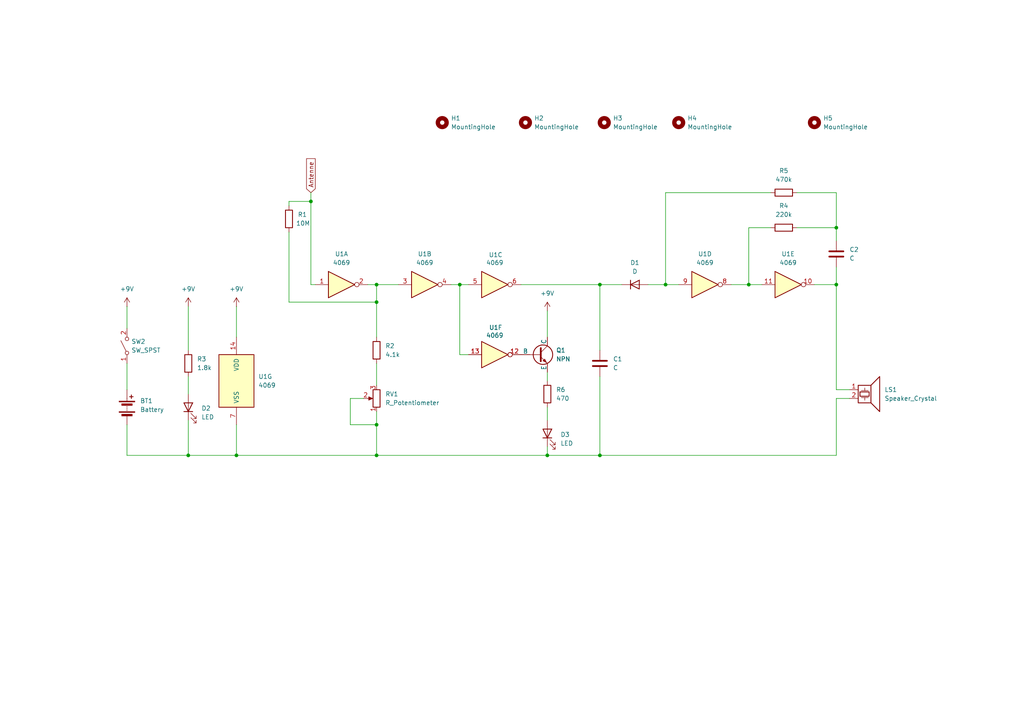
<source format=kicad_sch>
(kicad_sch (version 20231120) (generator "eeschema") (generator_version "8.0")
  (paper "A4")
  (lib_symbols
    (symbol "4xxx:4069" (pin_names (offset 1.016))
      (property "Reference" "U" (at 0 1.27 0))
      (property "Value" "4069" (at 0 -1.27 0))
      (symbol "4069_1_0"
        (polyline (pts (xy -3.81 3.81) (xy -3.81 -3.81) (xy 3.81 0) (xy -3.81 3.81)) (stroke (width 0.254)) (fill (type background)))
        (pin input line (at -7.62 0 0) (length 3.81) (name "~") (number "1"))
        (pin output inverted (at 7.62 0 180) (length 3.81) (name "~") (number "2"))
      )
      (symbol "4069_2_0"
        (polyline (pts (xy -3.81 3.81) (xy -3.81 -3.81) (xy 3.81 0) (xy -3.81 3.81)) (stroke (width 0.254)) (fill (type background)))
        (pin input line (at -7.62 0 0) (length 3.81) (name "~") (number "3"))
        (pin output inverted (at 7.62 0 180) (length 3.81) (name "~") (number "4"))
      )
      (symbol "4069_3_0"
        (polyline (pts (xy -3.81 3.81) (xy -3.81 -3.81) (xy 3.81 0) (xy -3.81 3.81)) (stroke (width 0.254)) (fill (type background)))
        (pin input line (at -7.62 0 0) (length 3.81) (name "~") (number "5"))
        (pin output inverted (at 7.62 0 180) (length 3.81) (name "~") (number "6"))
      )
      (symbol "4069_4_0"
        (polyline (pts (xy -3.81 3.81) (xy -3.81 -3.81) (xy 3.81 0) (xy -3.81 3.81)) (stroke (width 0.254)) (fill (type background)))
        (pin output inverted (at 7.62 0 180) (length 3.81) (name "~") (number "8"))
        (pin input line (at -7.62 0 0) (length 3.81) (name "~") (number "9"))
      )
      (symbol "4069_5_0"
        (polyline (pts (xy -3.81 3.81) (xy -3.81 -3.81) (xy 3.81 0) (xy -3.81 3.81)) (stroke (width 0.254)) (fill (type background)))
        (pin output inverted (at 7.62 0 180) (length 3.81) (name "~") (number "10"))
        (pin input line (at -7.62 0 0) (length 3.81) (name "~") (number "11"))
      )
      (symbol "4069_6_0"
        (polyline (pts (xy -3.81 3.81) (xy -3.81 -3.81) (xy 3.81 0) (xy -3.81 3.81)) (stroke (width 0.254)) (fill (type background)))
        (pin output inverted (at 7.62 0 180) (length 3.81) (name "~") (number "12"))
        (pin input line (at -7.62 0 0) (length 3.81) (name "~") (number "13"))
      )
      (symbol "4069_7_0"
        (pin power_in line (at 0 12.7 270) (length 5.08) (name "VDD") (number "14"))
        (pin power_in line (at 0 -12.7 90) (length 5.08) (name "VSS") (number "7"))
      )
      (symbol "4069_7_1"
        (rectangle (start -5.08 7.62) (end 5.08 -7.62) (stroke (width 0.254)) (fill (type background)))
      )
    )
    (symbol "Device:Battery" (pin_numbers hide) (pin_names (offset 0) hide)
      (property "Reference" "BT" (at 2.54 2.54 0))
      (property "Value" "Battery" (at 2.54 0 0))
      (symbol "Battery_0_1"
        (rectangle (start -2.286 -1.27) (end 2.286 -1.524) (fill (type outline)))
        (rectangle (start -2.286 1.778) (end 2.286 1.524) (fill (type outline)))
        (rectangle (start -1.524 -2.032) (end 1.524 -2.54) (fill (type outline)))
        (rectangle (start -1.524 1.016) (end 1.524 0.508) (fill (type outline)))
        (polyline (pts (xy 0 -1.016) (xy 0 -0.762)))
        (polyline (pts (xy 0 -0.508) (xy 0 -0.254)))
        (polyline (pts (xy 0 0) (xy 0 0.254)))
        (polyline (pts (xy 0 1.778) (xy 0 2.54)))
        (polyline (pts (xy 0.762 3.048) (xy 1.778 3.048)) (stroke (width 0.254)))
        (polyline (pts (xy 1.27 3.556) (xy 1.27 2.54)) (stroke (width 0.254)))
      )
      (symbol "Battery_1_1"
        (pin passive line (at 0 5.08 270) (length 2.54) (name "+") (number "1"))
        (pin passive line (at 0 -5.08 90) (length 2.54) (name "-") (number "2"))
      )
    )
    (symbol "Device:C" (pin_numbers hide) (pin_names (offset 0.254))
      (property "Reference" "C" (at 0.635 2.54 0))
      (property "Value" "C" (at 0.635 -2.54 0))
      (symbol "C_0_1"
        (polyline (pts (xy -2.032 -0.762) (xy 2.032 -0.762)) (stroke (width 0.508)))
        (polyline (pts (xy -2.032 0.762) (xy 2.032 0.762)) (stroke (width 0.508)))
      )
      (symbol "C_1_1"
        (pin passive line (at 0 3.81 270) (length 2.794) (name "~") (number "1"))
        (pin passive line (at 0 -3.81 90) (length 2.794) (name "~") (number "2"))
      )
    )
    (symbol "Device:D" (pin_numbers hide) (pin_names (offset 1.016) hide)
      (property "Reference" "D" (at 0 2.54 0))
      (property "Value" "D" (at 0 -2.54 0))
      (symbol "D_0_1"
        (polyline (pts (xy -1.27 1.27) (xy -1.27 -1.27)) (stroke (width 0.254)))
        (polyline (pts (xy 1.27 0) (xy -1.27 0)))
        (polyline (pts (xy 1.27 1.27) (xy 1.27 -1.27) (xy -1.27 0) (xy 1.27 1.27)) (stroke (width 0.254)))
      )
      (symbol "D_1_1"
        (pin passive line (at -3.81 0 0) (length 2.54) (name "K") (number "1"))
        (pin passive line (at 3.81 0 180) (length 2.54) (name "A") (number "2"))
      )
    )
    (symbol "Device:LED" (pin_numbers hide) (pin_names (offset 1.016) hide)
      (property "Reference" "D" (at 0 2.54 0))
      (property "Value" "LED" (at 0 -2.54 0))
      (symbol "LED_0_1"
        (polyline (pts (xy -1.27 -1.27) (xy -1.27 1.27)) (stroke (width 0.254)))
        (polyline (pts (xy -1.27 0) (xy 1.27 0)))
        (polyline (pts (xy 1.27 -1.27) (xy 1.27 1.27) (xy -1.27 0) (xy 1.27 -1.27)) (stroke (width 0.254)))
        (polyline (pts (xy -3.048 -0.762) (xy -4.572 -2.286) (xy -3.81 -2.286) (xy -4.572 -2.286) (xy -4.572 -1.524)))
        (polyline (pts (xy -1.778 -0.762) (xy -3.302 -2.286) (xy -2.54 -2.286) (xy -3.302 -2.286) (xy -3.302 -1.524)))
      )
      (symbol "LED_1_1"
        (pin passive line (at -3.81 0 0) (length 2.54) (name "K") (number "1"))
        (pin passive line (at 3.81 0 180) (length 2.54) (name "A") (number "2"))
      )
    )
    (symbol "Device:R" (pin_numbers hide) (pin_names (offset 0))
      (property "Reference" "R" (at 2.032 0 90))
      (property "Value" "R" (at 0 0 90))
      (symbol "R_0_1"
        (rectangle (start -1.016 -2.54) (end 1.016 2.54) (stroke (width 0.254)))
      )
      (symbol "R_1_1"
        (pin passive line (at 0 3.81 270) (length 1.27) (name "~") (number "1"))
        (pin passive line (at 0 -3.81 90) (length 1.27) (name "~") (number "2"))
      )
    )
    (symbol "Device:R_Potentiometer" (pin_names (offset 1.016) hide)
      (property "Reference" "RV" (at -4.445 0 90))
      (property "Value" "R_Potentiometer" (at -2.54 0 90))
      (symbol "R_Potentiometer_0_1"
        (polyline (pts (xy 2.54 0) (xy 1.524 0)))
        (polyline (pts (xy 1.143 0) (xy 2.286 0.508) (xy 2.286 -0.508) (xy 1.143 0)) (fill (type outline)))
        (rectangle (start 1.016 2.54) (end -1.016 -2.54) (stroke (width 0.254)))
      )
      (symbol "R_Potentiometer_1_1"
        (pin passive line (at 0 3.81 270) (length 1.27) (name "1") (number "1"))
        (pin passive line (at 3.81 0 180) (length 1.27) (name "2") (number "2"))
        (pin passive line (at 0 -3.81 90) (length 1.27) (name "3") (number "3"))
      )
    )
    (symbol "Device:Speaker_Crystal" (pin_names (offset 0) hide)
      (property "Reference" "LS" (at 0.635 5.715 0))
      (property "Value" "Speaker_Crystal" (at 0.635 3.81 0))
      (symbol "Speaker_Crystal_0_0"
        (rectangle (start -2.54 1.27) (end 1.143 -3.81) (stroke (width 0.254)))
        (rectangle (start -2.032 -0.635) (end 0.635 -1.905) (stroke (width 0.254)))
        (polyline (pts (xy -1.651 -2.286) (xy 0.381 -2.286)))
        (polyline (pts (xy -1.651 -0.254) (xy 0.381 -0.254)))
        (polyline (pts (xy -0.635 -2.286) (xy -0.635 -3.048)))
        (polyline (pts (xy -0.635 -0.254) (xy -0.635 0.508)))
        (polyline (pts (xy 1.143 1.27) (xy 3.683 3.81) (xy 3.683 -6.35) (xy 1.143 -3.81)) (stroke (width 0.254)))
      )
      (symbol "Speaker_Crystal_1_1"
        (pin input line (at -5.08 0 0) (length 2.54) (name "1") (number "1"))
        (pin input line (at -5.08 -2.54 0) (length 2.54) (name "2") (number "2"))
      )
    )
    (symbol "Mechanical:MountingHole" (pin_names (offset 1.016)) (exclude_from_sim yes) (in_bom no)
      (property "Reference" "H" (at 0 5.08 0))
      (property "Value" "MountingHole" (at 0 3.175 0))
      (symbol "MountingHole_0_1"
        (circle (center 0 0) (radius 1.27) (stroke (width 1.27)))
      )
    )
    (symbol "Simulation_SPICE:NPN" (pin_numbers hide) (pin_names (offset 0))
      (property "Reference" "Q" (at -2.54 7.62 0))
      (property "Value" "NPN" (at -2.54 5.08 0))
      (symbol "NPN_0_1"
        (polyline (pts (xy -2.54 0) (xy 0.635 0)) (stroke (width 0.1524)))
        (polyline (pts (xy 0.635 0.635) (xy 2.54 2.54)))
        (polyline (pts (xy 2.794 -1.27) (xy 2.794 -1.27)) (stroke (width 0.1524)))
        (polyline (pts (xy 2.794 -1.27) (xy 2.794 -1.27)) (stroke (width 0.1524)))
        (polyline (pts (xy 0.635 -0.635) (xy 2.54 -2.54) (xy 2.54 -2.54)))
        (polyline (pts (xy 0.635 1.905) (xy 0.635 -1.905) (xy 0.635 -1.905)) (stroke (width 0.508)))
        (polyline (pts (xy 1.27 -1.778) (xy 1.778 -1.27) (xy 2.286 -2.286) (xy 1.27 -1.778) (xy 1.27 -1.778)) (fill (type outline)))
        (circle (center 1.27 0) (radius 2.8194) (stroke (width 0.254)))
      )
      (symbol "NPN_1_1"
        (pin open_collector line (at 2.54 5.08 270) (length 2.54) (name "C") (number "1"))
        (pin input line (at -5.08 0 0) (length 2.54) (name "B") (number "2"))
        (pin open_emitter line (at 2.54 -5.08 90) (length 2.54) (name "E") (number "3"))
      )
    )
    (symbol "Switch:SW_SPST" (pin_names (offset 0) hide)
      (property "Reference" "SW" (at 0 3.175 0))
      (property "Value" "SW_SPST" (at 0 -2.54 0))
      (symbol "SW_SPST_0_0"
        (circle (center -2.032 0) (radius 0.508))
        (polyline (pts (xy -1.524 0.254) (xy 1.524 1.778)))
        (circle (center 2.032 0) (radius 0.508))
      )
      (symbol "SW_SPST_1_1"
        (pin passive line (at -5.08 0 0) (length 2.54) (name "A") (number "1"))
        (pin passive line (at 5.08 0 180) (length 2.54) (name "B") (number "2"))
      )
    )
    (symbol "power:+9V" (power) (pin_numbers hide) (pin_names (offset 0) hide)
      (property "Value" "+9V" (at 0 3.556 0))
      (symbol "+9V_0_1"
        (polyline (pts (xy -0.762 1.27) (xy 0 2.54)))
        (polyline (pts (xy 0 0) (xy 0 2.54)))
        (polyline (pts (xy 0 2.54) (xy 0.762 1.27)))
      )
      (symbol "+9V_1_1"
        (pin power_in line (at 0 0 90) (length 0) (name "~") (number "1"))
      )
    )
  )
  (junction (at 109.22 132.08))
  (junction (at 133.35 82.55))
  (junction (at 68.58 132.08))
  (junction (at 109.22 82.55))
  (junction (at 109.22 87.63))
  (junction (at 193.04 82.55))
  (junction (at 242.57 82.55))
  (junction (at 242.57 66.04))
  (junction (at 158.75 132.08))
  (junction (at 109.22 123.19))
  (junction (at 173.99 132.08))
  (junction (at 90.17 58.42))
  (junction (at 173.99 82.55))
  (junction (at 217.17 82.55))
  (junction (at 54.61 132.08))
  (wire (pts (xy 83.82 87.63) (xy 109.22 87.63)))
  (wire (pts (xy 158.75 90.17) (xy 158.75 97.79)))
  (wire (pts (xy 242.57 55.88) (xy 242.57 66.04)))
  (wire (pts (xy 54.61 121.92) (xy 54.61 132.08)))
  (wire (pts (xy 246.38 113.03) (xy 242.57 113.03)))
  (wire (pts (xy 180.34 82.55) (xy 173.99 82.55)))
  (wire (pts (xy 173.99 82.55) (xy 151.13 82.55)))
  (wire (pts (xy 54.61 132.08) (xy 36.83 132.08)))
  (wire (pts (xy 68.58 132.08) (xy 54.61 132.08)))
  (wire (pts (xy 68.58 88.9) (xy 68.58 97.79)))
  (wire (pts (xy 173.99 101.6) (xy 173.99 82.55)))
  (wire (pts (xy 193.04 55.88) (xy 193.04 82.55)))
  (wire (pts (xy 231.14 55.88) (xy 242.57 55.88)))
  (wire (pts (xy 223.52 66.04) (xy 217.17 66.04)))
  (wire (pts (xy 109.22 119.38) (xy 109.22 123.19)))
  (wire (pts (xy 217.17 66.04) (xy 217.17 82.55)))
  (wire (pts (xy 158.75 110.49) (xy 158.75 107.95)))
  (wire (pts (xy 109.22 132.08) (xy 158.75 132.08)))
  (wire (pts (xy 158.75 121.92) (xy 158.75 118.11)))
  (wire (pts (xy 196.85 82.55) (xy 193.04 82.55)))
  (wire (pts (xy 246.38 115.57) (xy 242.57 115.57)))
  (wire (pts (xy 231.14 66.04) (xy 242.57 66.04)))
  (wire (pts (xy 109.22 87.63) (xy 109.22 82.55)))
  (wire (pts (xy 90.17 82.55) (xy 91.44 82.55)))
  (wire (pts (xy 83.82 59.69) (xy 83.82 58.42)))
  (wire (pts (xy 242.57 66.04) (xy 242.57 69.85)))
  (wire (pts (xy 109.22 123.19) (xy 109.22 132.08)))
  (wire (pts (xy 109.22 105.41) (xy 109.22 111.76)))
  (wire (pts (xy 36.83 113.03) (xy 36.83 105.41)))
  (wire (pts (xy 109.22 82.55) (xy 115.57 82.55)))
  (wire (pts (xy 242.57 77.47) (xy 242.57 82.55)))
  (wire (pts (xy 242.57 132.08) (xy 173.99 132.08)))
  (wire (pts (xy 109.22 82.55) (xy 106.68 82.55)))
  (wire (pts (xy 105.41 115.57) (xy 101.6 115.57)))
  (wire (pts (xy 158.75 129.54) (xy 158.75 132.08)))
  (wire (pts (xy 173.99 109.22) (xy 173.99 132.08)))
  (wire (pts (xy 193.04 82.55) (xy 187.96 82.55)))
  (wire (pts (xy 223.52 55.88) (xy 193.04 55.88)))
  (wire (pts (xy 90.17 58.42) (xy 90.17 82.55)))
  (wire (pts (xy 217.17 82.55) (xy 212.09 82.55)))
  (wire (pts (xy 242.57 82.55) (xy 236.22 82.55)))
  (wire (pts (xy 135.89 82.55) (xy 133.35 82.55)))
  (wire (pts (xy 101.6 115.57) (xy 101.6 123.19)))
  (wire (pts (xy 109.22 132.08) (xy 68.58 132.08)))
  (wire (pts (xy 133.35 82.55) (xy 130.81 82.55)))
  (wire (pts (xy 90.17 55.88) (xy 90.17 58.42)))
  (wire (pts (xy 83.82 67.31) (xy 83.82 87.63)))
  (wire (pts (xy 68.58 123.19) (xy 68.58 132.08)))
  (wire (pts (xy 158.75 132.08) (xy 173.99 132.08)))
  (wire (pts (xy 36.83 132.08) (xy 36.83 123.19)))
  (wire (pts (xy 54.61 114.3) (xy 54.61 109.22)))
  (wire (pts (xy 220.98 82.55) (xy 217.17 82.55)))
  (wire (pts (xy 83.82 58.42) (xy 90.17 58.42)))
  (wire (pts (xy 242.57 115.57) (xy 242.57 132.08)))
  (wire (pts (xy 36.83 88.9) (xy 36.83 95.25)))
  (wire (pts (xy 54.61 101.6) (xy 54.61 88.9)))
  (wire (pts (xy 242.57 113.03) (xy 242.57 82.55)))
  (wire (pts (xy 133.35 102.87) (xy 133.35 82.55)))
  (wire (pts (xy 135.89 102.87) (xy 133.35 102.87)))
  (wire (pts (xy 109.22 123.19) (xy 101.6 123.19)))
  (wire (pts (xy 109.22 97.79) (xy 109.22 87.63)))
  (global_label "Antenne" (shape input) (at 90.17 55.88 90) (property "Intersheetrefs" "${INTERSHEET_REFS}" (effects (hide yes))))
  (symbol (lib_id "4xxx:4069") (at 143.51 82.55 0) (unit 3)
    (property "Reference" "U1" (at 143.764 73.914 0))
    (property "Value" "4069" (at 143.51 76.2 0))
    (property "Footprint" "Package_DIP:DIP-14_W7.62mm_Socket" (effects (hide yes)))
    (property "Datasheet" "http://www.intersil.com/content/dam/Intersil/documents/cd40/cd4069ubms.pdf" (effects (hide yes)))
    (property "Description" "Hex inverter" (effects (hide yes)))
  )
  (symbol (lib_id "4xxx:4069") (at 204.47 82.55 0) (unit 4)
    (property "Reference" "U1" (at 204.47 73.66 0))
    (property "Value" "4069" (at 204.47 76.2 0))
    (property "Footprint" "Package_DIP:DIP-14_W7.62mm_Socket" (effects (hide yes)))
    (property "Datasheet" "http://www.intersil.com/content/dam/Intersil/documents/cd40/cd4069ubms.pdf" (effects (hide yes)))
    (property "Description" "Hex inverter" (effects (hide yes)))
  )
  (symbol (lib_id "4xxx:4069") (at 228.6 82.55 0) (unit 5)
    (property "Reference" "U1" (at 228.6 73.66 0))
    (property "Value" "4069" (at 228.6 76.2 0))
    (property "Footprint" "Package_DIP:DIP-14_W7.62mm_Socket" (effects (hide yes)))
    (property "Datasheet" "http://www.intersil.com/content/dam/Intersil/documents/cd40/cd4069ubms.pdf" (effects (hide yes)))
    (property "Description" "Hex inverter" (effects (hide yes)))
  )
  (symbol (lib_id "Device:LED") (at 54.61 118.11 90) (unit 1)
    (property "Reference" "D2" (at 58.42 118.4274 90) (effects (justify right)))
    (property "Value" "LED" (at 58.42 120.9674 90) (effects (justify right)))
    (property "Footprint" "Connector_Wire:SolderWire-0.25sqmm_1x02_P4.2mm_D0.65mm_OD1.7mm" (effects (hide yes)))
    (property "Description" "Light emitting diode" (effects (hide yes)))
  )
  (symbol (lib_id "Device:C") (at 173.99 105.41 0) (unit 1)
    (property "Reference" "C1" (at 177.8 104.1399 0) (effects (justify left)))
    (property "Value" "C" (at 177.8 106.6799 0) (effects (justify left)))
    (property "Footprint" "Capacitor_THT:C_Disc_D3.0mm_W2.0mm_P2.50mm" (effects (hide yes)))
    (property "Description" "Unpolarized capacitor" (effects (hide yes)))
  )
  (symbol (lib_id "4xxx:4069") (at 99.06 82.55 0) (unit 1)
    (property "Reference" "U1" (at 99.06 73.66 0))
    (property "Value" "4069" (at 99.06 76.2 0))
    (property "Footprint" "Package_DIP:DIP-14_W7.62mm_Socket" (effects (hide yes)))
    (property "Datasheet" "http://www.intersil.com/content/dam/Intersil/documents/cd40/cd4069ubms.pdf" (effects (hide yes)))
    (property "Description" "Hex inverter" (effects (hide yes)))
  )
  (symbol (lib_id "Device:Speaker_Crystal") (at 251.46 113.03 0) (unit 1)
    (property "Reference" "LS1" (at 256.54 113.0299 0) (effects (justify left)))
    (property "Value" "Speaker_Crystal" (at 256.54 115.5699 0) (effects (justify left)))
    (property "Footprint" "Connector_Wire:SolderWire-0.25sqmm_1x02_P4.2mm_D0.65mm_OD1.7mm" (effects (hide yes)))
    (property "Description" "Crystal speaker/transducer" (effects (hide yes)))
  )
  (symbol (lib_id "4xxx:4069") (at 143.51 102.87 0) (unit 6)
    (property "Reference" "U1" (at 143.764 94.996 0))
    (property "Value" "4069" (at 143.51 97.282 0))
    (property "Footprint" "Package_DIP:DIP-14_W7.62mm_Socket" (effects (hide yes)))
    (property "Datasheet" "http://www.intersil.com/content/dam/Intersil/documents/cd40/cd4069ubms.pdf" (effects (hide yes)))
    (property "Description" "Hex inverter" (effects (hide yes)))
  )
  (symbol (lib_id "4xxx:4069") (at 68.58 110.49 0) (unit 7)
    (property "Reference" "U1" (at 74.93 109.2199 0) (effects (justify left)))
    (property "Value" "4069" (at 74.93 111.7599 0) (effects (justify left)))
    (property "Footprint" "Package_DIP:DIP-14_W7.62mm_Socket" (effects (hide yes)))
    (property "Datasheet" "http://www.intersil.com/content/dam/Intersil/documents/cd40/cd4069ubms.pdf" (effects (hide yes)))
    (property "Description" "Hex inverter" (effects (hide yes)))
  )
  (symbol (lib_id "Device:R") (at 227.33 55.88 90) (unit 1)
    (property "Reference" "R5" (at 227.33 49.53 90))
    (property "Value" "470k" (at 227.33 52.07 90))
    (property "Footprint" "Resistor_THT:R_Axial_DIN0207_L6.3mm_D2.5mm_P10.16mm_Horizontal" (effects (hide yes)))
    (property "Description" "Resistor" (effects (hide yes)))
  )
  (symbol (lib_id "Device:Battery") (at 36.83 118.11 0) (unit 1)
    (property "Reference" "BT1" (at 40.64 116.2684 0) (effects (justify left)))
    (property "Value" "Battery" (at 40.64 118.8084 0) (effects (justify left)))
    (property "Footprint" "Connector_Wire:SolderWire-0.25sqmm_1x02_P4.2mm_D0.65mm_OD1.7mm" (effects (hide yes)))
    (property "Description" "Multiple-cell battery" (effects (hide yes)))
  )
  (symbol (lib_id "Device:R") (at 109.22 101.6 0) (unit 1)
    (property "Reference" "R2" (at 111.76 100.3299 0) (effects (justify left)))
    (property "Value" "4.1k" (at 111.76 102.8699 0) (effects (justify left)))
    (property "Footprint" "Resistor_THT:R_Axial_DIN0207_L6.3mm_D2.5mm_P10.16mm_Horizontal" (effects (hide yes)))
    (property "Description" "Resistor" (effects (hide yes)))
  )
  (symbol (lib_id "4xxx:4069") (at 123.19 82.55 0) (unit 2)
    (property "Reference" "U1" (at 123.19 73.66 0))
    (property "Value" "4069" (at 123.19 76.2 0))
    (property "Footprint" "Package_DIP:DIP-14_W7.62mm_Socket" (effects (hide yes)))
    (property "Datasheet" "http://www.intersil.com/content/dam/Intersil/documents/cd40/cd4069ubms.pdf" (effects (hide yes)))
    (property "Description" "Hex inverter" (effects (hide yes)))
  )
  (symbol (lib_id "Device:R") (at 158.75 114.3 0) (unit 1)
    (property "Reference" "R6" (at 161.29 113.0299 0) (effects (justify left)))
    (property "Value" "470" (at 161.29 115.5699 0) (effects (justify left)))
    (property "Footprint" "Resistor_THT:R_Axial_DIN0207_L6.3mm_D2.5mm_P10.16mm_Horizontal" (effects (hide yes)))
    (property "Description" "Resistor" (effects (hide yes)))
  )
  (symbol (lib_id "Mechanical:MountingHole") (at 236.22 35.56 0) (unit 1) (exclude_from_sim yes) (in_bom no)
    (property "Reference" "H5" (at 238.76 34.2899 0) (effects (justify left)))
    (property "Value" "MountingHole" (at 238.76 36.8299 0) (effects (justify left)))
    (property "Footprint" "MountingHole:MountingHole_6mm" (effects (hide yes)))
    (property "Description" "Mounting Hole without connection" (effects (hide yes)))
  )
  (symbol (lib_id "power:+9V") (at 68.58 88.9 0) (unit 1)
    (property "Reference" "#PWR03" (effects (hide yes)))
    (property "Value" "+9V" (at 68.58 83.82 0))
    (property "Description" "Power symbol creates a global label with name \"+9V\"" (effects (hide yes)))
  )
  (symbol (lib_id "Mechanical:MountingHole") (at 196.85 35.56 0) (unit 1) (exclude_from_sim yes) (in_bom no)
    (property "Reference" "H4" (at 199.39 34.2899 0) (effects (justify left)))
    (property "Value" "MountingHole" (at 199.39 36.8299 0) (effects (justify left)))
    (property "Footprint" "MountingHole:MountingHole_3.7mm" (effects (hide yes)))
    (property "Description" "Mounting Hole without connection" (effects (hide yes)))
  )
  (symbol (lib_id "Mechanical:MountingHole") (at 175.26 35.56 0) (unit 1) (exclude_from_sim yes) (in_bom no)
    (property "Reference" "H3" (at 177.8 34.2899 0) (effects (justify left)))
    (property "Value" "MountingHole" (at 177.8 36.8299 0) (effects (justify left)))
    (property "Footprint" "MountingHole:MountingHole_3.7mm" (effects (hide yes)))
    (property "Description" "Mounting Hole without connection" (effects (hide yes)))
  )
  (symbol (lib_id "Device:R_Potentiometer") (at 109.22 115.57 180) (unit 1)
    (property "Reference" "RV1" (at 111.76 114.2999 0) (effects (justify right)))
    (property "Value" "R_Potentiometer" (at 111.76 116.8399 0) (effects (justify right)))
    (property "Footprint" "Potentiometer_THT:Potentiometer_Piher_PT-10-V10_Vertical_Hole" (effects (hide yes)))
    (property "Description" "Potentiometer" (effects (hide yes)))
  )
  (symbol (lib_id "Device:R") (at 83.82 63.5 0) (unit 1)
    (property "Reference" "R1" (at 86.36 62.2299 0) (effects (justify left)))
    (property "Value" "10M" (at 85.852 64.77 0) (effects (justify left)))
    (property "Footprint" "Resistor_THT:R_Axial_DIN0207_L6.3mm_D2.5mm_P2.54mm_Vertical" (effects (hide yes)))
    (property "Description" "Resistor" (effects (hide yes)))
  )
  (symbol (lib_id "Switch:SW_SPST") (at 36.83 100.33 90) (unit 1)
    (property "Reference" "SW2" (at 38.1 99.0599 90) (effects (justify right)))
    (property "Value" "SW_SPST" (at 38.1 101.5999 90) (effects (justify right)))
    (property "Footprint" "Connector_Wire:SolderWire-0.25sqmm_1x02_P4.2mm_D0.65mm_OD1.7mm" (effects (hide yes)))
    (property "Description" "Single Pole Single Throw (SPST) switch" (effects (hide yes)))
  )
  (symbol (lib_id "Device:C") (at 242.57 73.66 180) (unit 1)
    (property "Reference" "C2" (at 246.38 72.3899 0) (effects (justify right)))
    (property "Value" "C" (at 246.38 74.9299 0) (effects (justify right)))
    (property "Footprint" "Capacitor_THT:C_Disc_D4.7mm_W2.5mm_P5.00mm" (effects (hide yes)))
    (property "Description" "Unpolarized capacitor" (effects (hide yes)))
  )
  (symbol (lib_id "Device:R") (at 54.61 105.41 0) (unit 1)
    (property "Reference" "R3" (at 57.15 104.1399 0) (effects (justify left)))
    (property "Value" "1.8k" (at 57.15 106.6799 0) (effects (justify left)))
    (property "Footprint" "Resistor_THT:R_Axial_DIN0207_L6.3mm_D2.5mm_P10.16mm_Horizontal" (effects (hide yes)))
    (property "Description" "Resistor" (effects (hide yes)))
  )
  (symbol (lib_id "power:+9V") (at 54.61 88.9 0) (unit 1)
    (property "Reference" "#PWR02" (effects (hide yes)))
    (property "Value" "+9V" (at 54.61 83.82 0))
    (property "Description" "Power symbol creates a global label with name \"+9V\"" (effects (hide yes)))
  )
  (symbol (lib_id "power:+9V") (at 36.83 88.9 0) (unit 1)
    (property "Reference" "#PWR01" (effects (hide yes)))
    (property "Value" "+9V" (at 36.83 83.82 0))
    (property "Description" "Power symbol creates a global label with name \"+9V\"" (effects (hide yes)))
  )
  (symbol (lib_id "Device:LED") (at 158.75 125.73 90) (unit 1)
    (property "Reference" "D3" (at 162.56 126.0474 90) (effects (justify right)))
    (property "Value" "LED" (at 162.56 128.5874 90) (effects (justify right)))
    (property "Footprint" "Connector_Wire:SolderWire-0.25sqmm_1x02_P4.2mm_D0.65mm_OD1.7mm" (effects (hide yes)))
    (property "Description" "Light emitting diode" (effects (hide yes)))
  )
  (symbol (lib_id "Device:R") (at 227.33 66.04 90) (unit 1)
    (property "Reference" "R4" (at 227.33 59.69 90))
    (property "Value" "220k" (at 227.33 62.23 90))
    (property "Footprint" "Resistor_THT:R_Axial_DIN0207_L6.3mm_D2.5mm_P10.16mm_Horizontal" (effects (hide yes)))
    (property "Description" "Resistor" (effects (hide yes)))
  )
  (symbol (lib_id "Device:D") (at 184.15 82.55 0) (unit 1)
    (property "Reference" "D1" (at 184.15 76.2 0))
    (property "Value" "D" (at 184.15 78.74 0))
    (property "Footprint" "Diode_THT:D_DO-34_SOD68_P7.62mm_Horizontal" (effects (hide yes)))
    (property "Description" "Diode" (effects (hide yes)))
    (property "Sim.Device" "D" (effects (hide yes)))
    (property "Sim.Pins" "1=K 2=A" (effects (hide yes)))
  )
  (symbol (lib_id "Simulation_SPICE:NPN") (at 156.21 102.87 0) (unit 1)
    (property "Reference" "Q1" (at 161.29 101.5999 0) (effects (justify left)))
    (property "Value" "NPN" (at 161.29 104.1399 0) (effects (justify left)))
    (property "Footprint" "Package_TO_SOT_THT:TO-92L_Inline_Wide" (effects (hide yes)))
    (property "Datasheet" "https://ngspice.sourceforge.io/docs/ngspice-html-manual/manual.xhtml#cha_BJTs" (effects (hide yes)))
    (property "Description" "Bipolar transistor symbol for simulation only, substrate tied to the emitter" (effects (hide yes)))
    (property "Sim.Device" "NPN" (effects (hide yes)))
    (property "Sim.Type" "GUMMELPOON" (effects (hide yes)))
    (property "Sim.Pins" "1=C 2=B 3=E" (effects (hide yes)))
  )
  (symbol (lib_id "Mechanical:MountingHole") (at 152.4 35.56 0) (unit 1) (exclude_from_sim yes) (in_bom no)
    (property "Reference" "H2" (at 154.94 34.2899 0) (effects (justify left)))
    (property "Value" "MountingHole" (at 154.94 36.8299 0) (effects (justify left)))
    (property "Footprint" "MountingHole:MountingHole_3.7mm" (effects (hide yes)))
    (property "Description" "Mounting Hole without connection" (effects (hide yes)))
  )
  (symbol (lib_id "Mechanical:MountingHole") (at 128.27 35.56 0) (unit 1) (exclude_from_sim yes) (in_bom no)
    (property "Reference" "H1" (at 130.81 34.2899 0) (effects (justify left)))
    (property "Value" "MountingHole" (at 130.81 36.8299 0) (effects (justify left)))
    (property "Footprint" "MountingHole:MountingHole_3.7mm" (effects (hide yes)))
    (property "Description" "Mounting Hole without connection" (effects (hide yes)))
  )
  (symbol (lib_id "power:+9V") (at 158.75 90.17 0) (unit 1)
    (property "Reference" "#PWR04" (effects (hide yes)))
    (property "Value" "+9V" (at 158.75 85.09 0))
    (property "Description" "Power symbol creates a global label with name \"+9V\"" (effects (hide yes)))
  )
)
</source>
